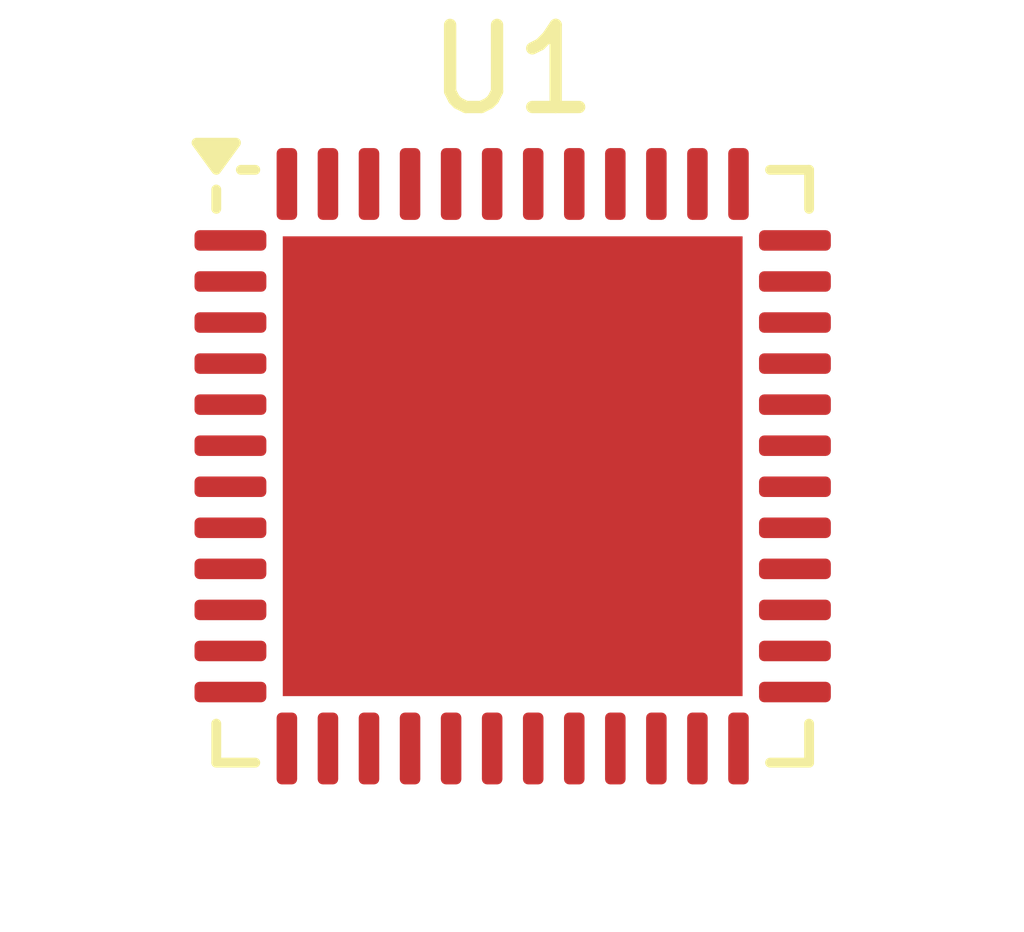
<source format=kicad_pcb>
(kicad_pcb (version 20240108) (generator "pcbnew") (generator_version "8.0")
  (layers (0 "F.Cu" signal) (31 "B.Cu" signal) (34 "B.Paste" user) (35 "F.Paste" user) (36 "B.SilkS" user "B.Silkscreen") (37 "F.SilkS" user "F.Silkscreen") (38 "B.Mask" user) (39 "F.Mask" user) (44 "Edge.Cuts" user))
  (net 0 "")
  (net 3 "Net-(U1-VSS-Pad23)")
  (net 16 "Net-(U1-PA15)")
  (net 31 "Net-(U1-PA10)")
  (footprint "Package_DFN_QFN:QFN-48-1EP_7x7mm_P0.5mm_EP5.6x5.6mm" (layer "F.Cu") (at 150.36 90.3)
    (property "Reference" "U1" (at 0 -4.83 0) (layer "F.SilkS"))
    (property "Value" "STM32F411CEUx")
    (fp_line (start -3.61 -3.135) (end -3.61 -3.37) (stroke (width 0.12)) (layer "F.SilkS"))
    (fp_line (start -3.61 3.61) (end -3.61 3.135) (stroke (width 0.12)) (layer "F.SilkS"))
    (fp_line (start -3.135 -3.61) (end -3.31 -3.61) (stroke (width 0.12)) (layer "F.SilkS"))
    (fp_line (start -3.135 3.61) (end -3.61 3.61) (stroke (width 0.12)) (layer "F.SilkS"))
    (fp_line (start 3.135 -3.61) (end 3.61 -3.61) (stroke (width 0.12)) (layer "F.SilkS"))
    (fp_line (start 3.135 3.61) (end 3.61 3.61) (stroke (width 0.12)) (layer "F.SilkS"))
    (fp_line (start 3.61 -3.61) (end 3.61 -3.135) (stroke (width 0.12)) (layer "F.SilkS"))
    (fp_line (start 3.61 3.61) (end 3.61 3.135) (stroke (width 0.12)) (layer "F.SilkS"))
    (fp_poly (pts (xy -3.61 -3.61) (xy -3.85 -3.94) (xy -3.37 -3.94) (xy -3.61 -3.61)) (stroke (width 0.12)) (fill solid) (layer "F.SilkS"))
    (pad "1" smd roundrect (at -3.4375 -2.75) (size 0.875 0.25) (layers "F.Cu" "F.Paste" "F.Mask"))
    (pad "2" smd roundrect (at -3.4375 -2.25) (size 0.875 0.25) (layers "F.Cu" "F.Paste" "F.Mask"))
    (pad "3" smd roundrect (at -3.4375 -1.75) (size 0.875 0.25) (layers "F.Cu" "F.Paste" "F.Mask"))
    (pad "4" smd roundrect (at -3.4375 -1.25) (size 0.875 0.25) (layers "F.Cu" "F.Paste" "F.Mask"))
    (pad "5" smd roundrect (at -3.4375 -0.75) (size 0.875 0.25) (layers "F.Cu" "F.Paste" "F.Mask"))
    (pad "6" smd roundrect (at -3.4375 -0.25) (size 0.875 0.25) (layers "F.Cu" "F.Paste" "F.Mask"))
    (pad "7" smd roundrect (at -3.4375 0.25) (size 0.875 0.25) (layers "F.Cu" "F.Paste" "F.Mask"))
    (pad "8" smd roundrect (at -3.4375 0.75) (size 0.875 0.25) (layers "F.Cu" "F.Paste" "F.Mask"))
    (pad "9" smd roundrect (at -3.4375 1.25) (size 0.875 0.25) (layers "F.Cu" "F.Paste" "F.Mask"))
    (pad "10" smd roundrect (at -3.4375 1.75) (size 0.875 0.25) (layers "F.Cu" "F.Paste" "F.Mask"))
    (pad "11" smd roundrect (at -3.4375 2.25) (size 0.875 0.25) (layers "F.Cu" "F.Paste" "F.Mask"))
    (pad "12" smd roundrect (at -3.4375 2.75) (size 0.875 0.25) (layers "F.Cu" "F.Paste" "F.Mask"))
    (pad "13" smd roundrect (at -2.75 3.4375) (size 0.25 0.875) (layers "F.Cu" "F.Paste" "F.Mask"))
    (pad "14" smd roundrect (at -2.25 3.4375) (size 0.25 0.875) (layers "F.Cu" "F.Paste" "F.Mask"))
    (pad "15" smd roundrect (at -1.75 3.4375) (size 0.25 0.875) (layers "F.Cu" "F.Paste" "F.Mask"))
    (pad "16" smd roundrect (at -1.25 3.4375) (size 0.25 0.875) (layers "F.Cu" "F.Paste" "F.Mask"))
    (pad "17" smd roundrect (at -0.75 3.4375) (size 0.25 0.875) (layers "F.Cu" "F.Paste" "F.Mask"))
    (pad "18" smd roundrect (at -0.25 3.4375) (size 0.25 0.875) (layers "F.Cu" "F.Paste" "F.Mask"))
    (pad "19" smd roundrect (at 0.25 3.4375) (size 0.25 0.875) (layers "F.Cu" "F.Paste" "F.Mask"))
    (pad "20" smd roundrect (at 0.75 3.4375) (size 0.25 0.875) (layers "F.Cu" "F.Paste" "F.Mask"))
    (pad "21" smd roundrect (at 1.25 3.4375) (size 0.25 0.875) (layers "F.Cu" "F.Paste" "F.Mask"))
    (pad "22" smd roundrect (at 1.75 3.4375) (size 0.25 0.875) (layers "F.Cu" "F.Paste" "F.Mask"))
    (pad "23" smd roundrect (at 2.25 3.4375) (size 0.25 0.875) (layers "F.Cu" "F.Paste" "F.Mask") (net 3 "Net-(U1-VSS-Pad23)"))
    (pad "24" smd roundrect (at 2.75 3.4375) (size 0.25 0.875) (layers "F.Cu" "F.Paste" "F.Mask"))
    (pad "25" smd roundrect (at 3.4375 2.75) (size 0.875 0.25) (layers "F.Cu" "F.Paste" "F.Mask"))
    (pad "26" smd roundrect (at 3.4375 2.25) (size 0.875 0.25) (layers "F.Cu" "F.Paste" "F.Mask"))
    (pad "27" smd roundrect (at 3.4375 1.75) (size 0.875 0.25) (layers "F.Cu" "F.Paste" "F.Mask"))
    (pad "28" smd roundrect (at 3.4375 1.25) (size 0.875 0.25) (layers "F.Cu" "F.Paste" "F.Mask"))
    (pad "29" smd roundrect (at 3.4375 0.75) (size 0.875 0.25) (layers "F.Cu" "F.Paste" "F.Mask"))
    (pad "30" smd roundrect (at 3.4375 0.25) (size 0.875 0.25) (layers "F.Cu" "F.Paste" "F.Mask"))
    (pad "31" smd roundrect (at 3.4375 -0.25) (size 0.875 0.25) (layers "F.Cu" "F.Paste" "F.Mask") (net 31 "Net-(U1-PA10)"))
    (pad "32" smd roundrect (at 3.4375 -0.75) (size 0.875 0.25) (layers "F.Cu" "F.Paste" "F.Mask"))
    (pad "33" smd roundrect (at 3.4375 -1.25) (size 0.875 0.25) (layers "F.Cu" "F.Paste" "F.Mask"))
    (pad "34" smd roundrect (at 3.4375 -1.75) (size 0.875 0.25) (layers "F.Cu" "F.Paste" "F.Mask"))
    (pad "35" smd roundrect (at 3.4375 -2.25) (size 0.875 0.25) (layers "F.Cu" "F.Paste" "F.Mask") (net 3 "Net-(U1-VSS-Pad23)"))
    (pad "36" smd roundrect (at 3.4375 -2.75) (size 0.875 0.25) (layers "F.Cu" "F.Paste" "F.Mask"))
    (pad "37" smd roundrect (at 2.75 -3.4375) (size 0.25 0.875) (layers "F.Cu" "F.Paste" "F.Mask"))
    (pad "38" smd roundrect (at 2.25 -3.4375) (size 0.25 0.875) (layers "F.Cu" "F.Paste" "F.Mask") (net 16 "Net-(U1-PA15)"))
    (pad "39" smd roundrect (at 1.75 -3.4375) (size 0.25 0.875) (layers "F.Cu" "F.Paste" "F.Mask"))
    (pad "40" smd roundrect (at 1.25 -3.4375) (size 0.25 0.875) (layers "F.Cu" "F.Paste" "F.Mask"))
    (pad "41" smd roundrect (at 0.75 -3.4375) (size 0.25 0.875) (layers "F.Cu" "F.Paste" "F.Mask"))
    (pad "42" smd roundrect (at 0.25 -3.4375) (size 0.25 0.875) (layers "F.Cu" "F.Paste" "F.Mask"))
    (pad "43" smd roundrect (at -0.25 -3.4375) (size 0.25 0.875) (layers "F.Cu" "F.Paste" "F.Mask"))
    (pad "44" smd roundrect (at -0.75 -3.4375) (size 0.25 0.875) (layers "F.Cu" "F.Paste" "F.Mask"))
    (pad "45" smd roundrect (at -1.25 -3.4375) (size 0.25 0.875) (layers "F.Cu" "F.Paste" "F.Mask"))
    (pad "46" smd roundrect (at -1.75 -3.4375) (size 0.25 0.875) (layers "F.Cu" "F.Paste" "F.Mask"))
    (pad "47" smd roundrect (at -2.25 -3.4375) (size 0.25 0.875) (layers "F.Cu" "F.Paste" "F.Mask") (net 3 "Net-(U1-VSS-Pad23)"))
    (pad "48" smd roundrect (at -2.75 -3.4375) (size 0.25 0.875) (layers "F.Cu" "F.Paste" "F.Mask"))
    (pad "49" smd rect (at 0 0) (size 5.6 5.6) (property pad_prop_heatsink) (layers "F.Cu" "F.Mask") (net 3 "Net-(U1-VSS-Pad23)"))
  )
)
</source>
